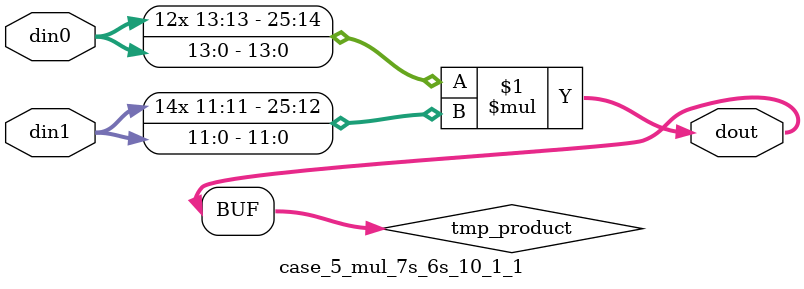
<source format=v>

`timescale 1 ns / 1 ps

 module case_5_mul_7s_6s_10_1_1(din0, din1, dout);
parameter ID = 1;
parameter NUM_STAGE = 0;
parameter din0_WIDTH = 14;
parameter din1_WIDTH = 12;
parameter dout_WIDTH = 26;

input [din0_WIDTH - 1 : 0] din0; 
input [din1_WIDTH - 1 : 0] din1; 
output [dout_WIDTH - 1 : 0] dout;

wire signed [dout_WIDTH - 1 : 0] tmp_product;



























assign tmp_product = $signed(din0) * $signed(din1);








assign dout = tmp_product;





















endmodule

</source>
